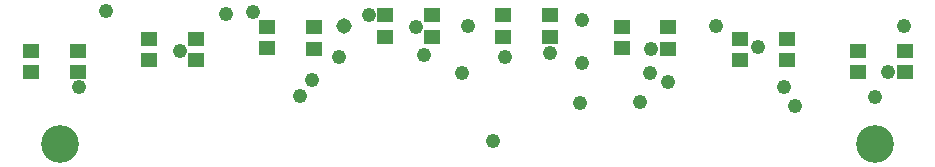
<source format=gbs>
G75*
%MOIN*%
%OFA0B0*%
%FSLAX25Y25*%
%IPPOS*%
%LPD*%
%AMOC8*
5,1,8,0,0,1.08239X$1,22.5*
%
%ADD10C,0.12611*%
%ADD11R,0.05800X0.04737*%
%ADD12C,0.04800*%
%ADD13C,0.05156*%
D10*
X0023454Y0013611D03*
X0295107Y0013611D03*
D11*
X0304891Y0037587D03*
X0289261Y0037627D03*
X0265520Y0041524D03*
X0249891Y0041564D03*
X0226150Y0045461D03*
X0210520Y0045501D03*
X0186780Y0049398D03*
X0171150Y0049438D03*
X0147410Y0049398D03*
X0131780Y0049438D03*
X0108040Y0052587D03*
X0092410Y0052587D03*
X0068670Y0048650D03*
X0053040Y0048650D03*
X0029300Y0044713D03*
X0013670Y0044713D03*
X0013670Y0037627D03*
X0029300Y0037587D03*
X0053040Y0041564D03*
X0068670Y0041524D03*
X0092410Y0045501D03*
X0108040Y0045461D03*
X0131780Y0056524D03*
X0147410Y0056524D03*
X0171150Y0056524D03*
X0186780Y0056524D03*
X0210520Y0052587D03*
X0226150Y0052587D03*
X0249891Y0048650D03*
X0265520Y0048650D03*
X0289261Y0044713D03*
X0304891Y0044713D03*
D12*
X0299280Y0037611D03*
X0264619Y0032717D03*
X0268473Y0026355D03*
X0295107Y0029359D03*
X0225887Y0034398D03*
X0219887Y0037473D03*
X0197280Y0040611D03*
X0186780Y0043824D03*
X0171780Y0042611D03*
X0157312Y0037233D03*
X0144780Y0043430D03*
X0116280Y0042611D03*
X0107355Y0034867D03*
X0103461Y0029792D03*
X0063280Y0044580D03*
X0029780Y0032611D03*
X0126280Y0056611D03*
X0141887Y0052611D03*
X0159280Y0052981D03*
X0197280Y0054973D03*
X0220387Y0045217D03*
X0241957Y0052981D03*
X0256068Y0045930D03*
X0304792Y0052879D03*
X0216599Y0027611D03*
X0196682Y0027391D03*
X0167780Y0014706D03*
X0078572Y0056918D03*
X0087780Y0057792D03*
X0038808Y0058099D03*
D13*
X0117942Y0052981D03*
M02*

</source>
